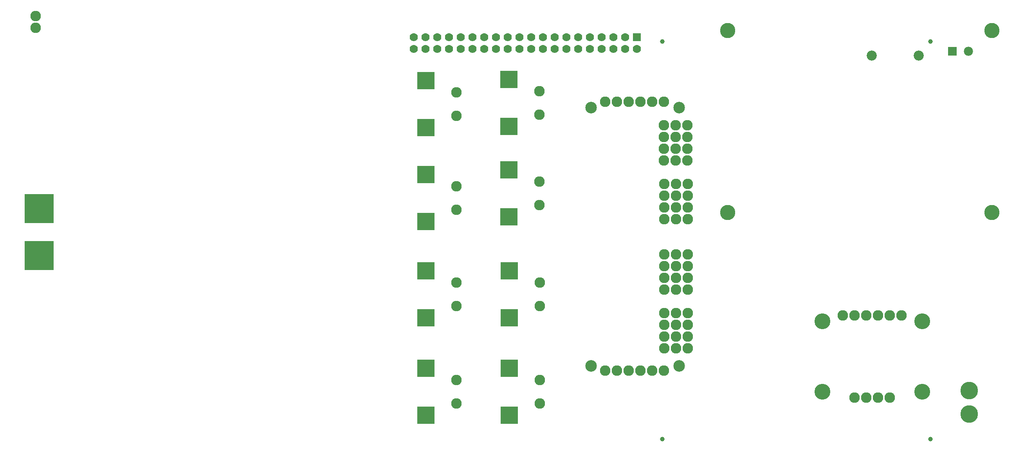
<source format=gts>
G04 #@! TF.GenerationSoftware,KiCad,Pcbnew,(6.0.10-0)*
G04 #@! TF.CreationDate,2023-01-03T15:37:50-08:00*
G04 #@! TF.ProjectId,lasagna-motherboard,6c617361-676e-4612-9d6d-6f7468657262,v0.1*
G04 #@! TF.SameCoordinates,Original*
G04 #@! TF.FileFunction,Soldermask,Top*
G04 #@! TF.FilePolarity,Negative*
%FSLAX46Y46*%
G04 Gerber Fmt 4.6, Leading zero omitted, Abs format (unit mm)*
G04 Created by KiCad (PCBNEW (6.0.10-0)) date 2023-01-03 15:37:50*
%MOMM*%
%LPD*%
G01*
G04 APERTURE LIST*
%ADD10C,1.000000*%
%ADD11C,3.302000*%
%ADD12C,2.184000*%
%ADD13R,1.981000X1.981000*%
%ADD14C,1.981000*%
%ADD15C,2.500000*%
%ADD16C,2.286000*%
%ADD17R,3.810000X3.810000*%
%ADD18R,1.778000X1.778000*%
%ADD19C,1.778000*%
%ADD20R,6.350000X6.350000*%
%ADD21C,3.810000*%
%ADD22C,3.429000*%
G04 APERTURE END LIST*
D10*
X234968000Y-71544000D03*
X176968000Y-71544000D03*
X176968000Y-157544000D03*
X234968000Y-157544000D03*
D11*
X191135000Y-108585000D03*
X248285000Y-69215000D03*
X191135000Y-69215000D03*
X248285000Y-108585000D03*
D12*
X222250000Y-74612000D03*
X232410000Y-74612000D03*
D13*
X239712000Y-73660000D03*
D14*
X243213000Y-73660000D03*
D15*
X161544000Y-85852000D03*
X180594000Y-141732000D03*
X180594000Y-85852000D03*
X161544000Y-141732000D03*
D16*
X164592000Y-84582000D03*
X167132000Y-84582000D03*
X169672000Y-84582000D03*
X172212000Y-84582000D03*
X174752000Y-84582000D03*
X177292000Y-84582000D03*
X164592000Y-142748000D03*
X167132000Y-142748000D03*
X169672000Y-142748000D03*
X172212000Y-142748000D03*
X174752000Y-142748000D03*
X177292000Y-142748000D03*
X177292000Y-89662000D03*
X179832000Y-89662000D03*
X182372000Y-89662000D03*
X177292000Y-92202000D03*
X179832000Y-92202000D03*
X182372000Y-92202000D03*
X177292000Y-94742000D03*
X179832000Y-94742000D03*
X182372000Y-94742000D03*
X177292000Y-97282000D03*
X179832000Y-97282000D03*
X182372000Y-97282000D03*
X177419000Y-102362000D03*
X179959000Y-102362000D03*
X182499000Y-102362000D03*
X177419000Y-104902000D03*
X179959000Y-104902000D03*
X182499000Y-104902000D03*
X177419000Y-107442000D03*
X179959000Y-107442000D03*
X182499000Y-107442000D03*
X177419000Y-109982000D03*
X179959000Y-109982000D03*
X182499000Y-109982000D03*
X177419000Y-117602000D03*
X179959000Y-117602000D03*
X182499000Y-117602000D03*
X177419000Y-120142000D03*
X179959000Y-120142000D03*
X182499000Y-120142000D03*
X177419000Y-122682000D03*
X179959000Y-122682000D03*
X182499000Y-122682000D03*
X177419000Y-125222000D03*
X179959000Y-125222000D03*
X182499000Y-125222000D03*
X177419000Y-130302000D03*
X179959000Y-130302000D03*
X182499000Y-130302000D03*
X177419000Y-132842000D03*
X179959000Y-132842000D03*
X182499000Y-132842000D03*
X177419000Y-135382000D03*
X179959000Y-135382000D03*
X182499000Y-135382000D03*
X177419000Y-137922000D03*
X179959000Y-137922000D03*
X182499000Y-137922000D03*
D17*
X143891000Y-142240000D03*
X143891000Y-152400000D03*
D16*
X150495000Y-144780000D03*
X150495000Y-149860000D03*
D17*
X125857000Y-121158000D03*
X125857000Y-131318000D03*
D16*
X132461000Y-123698000D03*
X132461000Y-128778000D03*
D18*
X171450000Y-70612000D03*
D19*
X171450000Y-73152000D03*
X168910000Y-70612000D03*
X168910000Y-73152000D03*
X166370000Y-70612000D03*
X166370000Y-73152000D03*
X163830000Y-70612000D03*
X163830000Y-73152000D03*
X161290000Y-73152000D03*
X161290000Y-70612000D03*
X158750000Y-73152000D03*
X158750000Y-70612000D03*
X156210000Y-73152000D03*
X156210000Y-70612000D03*
X153670000Y-73152000D03*
X153670000Y-70612000D03*
X151130000Y-73152000D03*
X151130000Y-70612000D03*
X148590000Y-73152000D03*
X148590000Y-70612000D03*
X146050000Y-73152000D03*
X146050000Y-70612000D03*
X143510000Y-73152000D03*
X143510000Y-70612000D03*
X140970000Y-73152000D03*
X140970000Y-70612000D03*
X138430000Y-73152000D03*
X138430000Y-70612000D03*
X135890000Y-73152000D03*
X135890000Y-70612000D03*
X133350000Y-73152000D03*
X133350000Y-70612000D03*
X130810000Y-73152000D03*
X130810000Y-70612000D03*
X128270000Y-73152000D03*
X128270000Y-70612000D03*
X125730000Y-73152000D03*
X125730000Y-70612000D03*
X123190000Y-73152000D03*
X123190000Y-70612000D03*
D16*
X41402000Y-68580000D03*
X41402000Y-66040000D03*
D17*
X143764000Y-89916000D03*
X143764000Y-79756000D03*
D16*
X150368000Y-87376000D03*
X150368000Y-82296000D03*
D17*
X125857000Y-110490000D03*
X125857000Y-100330000D03*
D16*
X132461000Y-107950000D03*
X132461000Y-102870000D03*
D20*
X42164000Y-117856000D03*
X42164000Y-107696000D03*
D21*
X243332000Y-147066000D03*
X243332000Y-152146000D03*
D17*
X143764000Y-99314000D03*
X143764000Y-109474000D03*
D16*
X150368000Y-101854000D03*
X150368000Y-106934000D03*
D17*
X125857000Y-80010000D03*
X125857000Y-90170000D03*
D16*
X132461000Y-82550000D03*
X132461000Y-87630000D03*
D17*
X125857000Y-152400000D03*
X125857000Y-142240000D03*
D16*
X132461000Y-149860000D03*
X132461000Y-144780000D03*
D22*
X211582000Y-132080000D03*
X211582000Y-147320000D03*
X233172000Y-132080000D03*
X233172000Y-147320000D03*
D16*
X218567000Y-148590000D03*
X221107000Y-148590000D03*
X223647000Y-148590000D03*
X226187000Y-148590000D03*
X216027000Y-130810000D03*
X218567000Y-130810000D03*
X221107000Y-130810000D03*
X223647000Y-130810000D03*
X226187000Y-130810000D03*
X228727000Y-130810000D03*
D17*
X143891000Y-121158000D03*
X143891000Y-131318000D03*
D16*
X150495000Y-123698000D03*
X150495000Y-128778000D03*
M02*

</source>
